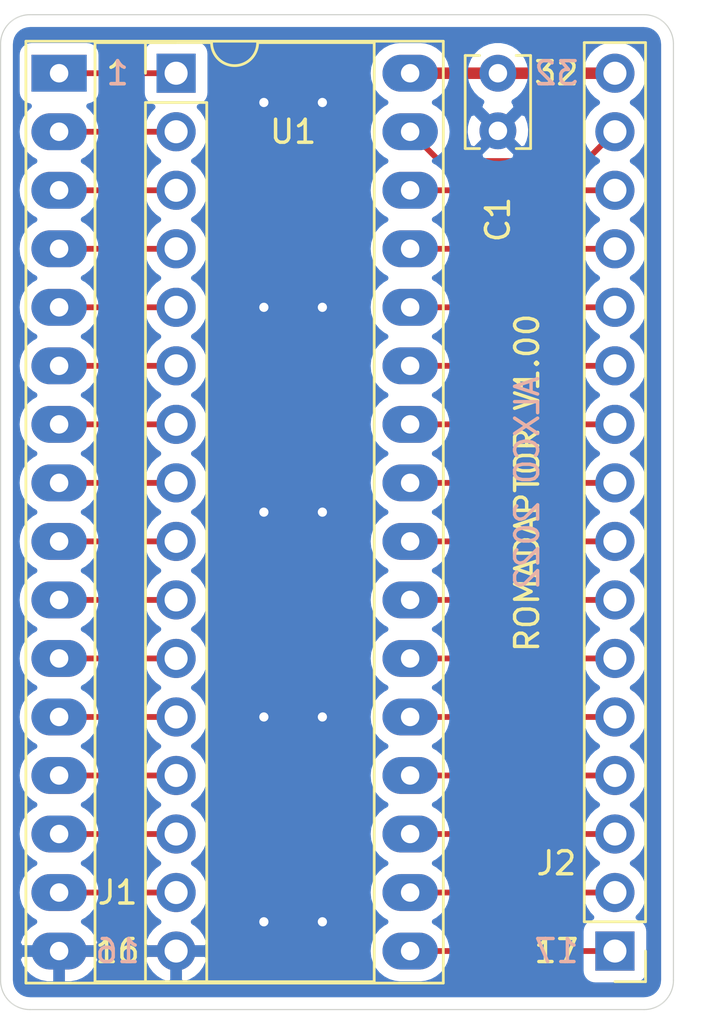
<source format=kicad_pcb>
(kicad_pcb (version 20171130) (host pcbnew "(5.1.7)-1")

  (general
    (thickness 1.6)
    (drawings 18)
    (tracks 45)
    (zones 0)
    (modules 4)
    (nets 33)
  )

  (page A4)
  (layers
    (0 F.Cu signal)
    (31 B.Cu signal)
    (32 B.Adhes user)
    (33 F.Adhes user)
    (34 B.Paste user)
    (35 F.Paste user)
    (36 B.SilkS user)
    (37 F.SilkS user)
    (38 B.Mask user)
    (39 F.Mask user)
    (40 Dwgs.User user)
    (41 Cmts.User user)
    (42 Eco1.User user)
    (43 Eco2.User user)
    (44 Edge.Cuts user)
    (45 Margin user)
    (46 B.CrtYd user)
    (47 F.CrtYd user)
    (48 B.Fab user)
    (49 F.Fab user)
  )

  (setup
    (last_trace_width 0.25)
    (trace_clearance 0.2)
    (zone_clearance 0.508)
    (zone_45_only no)
    (trace_min 0.2)
    (via_size 0.8)
    (via_drill 0.4)
    (via_min_size 0.4)
    (via_min_drill 0.3)
    (uvia_size 0.3)
    (uvia_drill 0.1)
    (uvias_allowed no)
    (uvia_min_size 0.2)
    (uvia_min_drill 0.1)
    (edge_width 0.05)
    (segment_width 0.2)
    (pcb_text_width 0.3)
    (pcb_text_size 1.5 1.5)
    (mod_edge_width 0.12)
    (mod_text_size 1 1)
    (mod_text_width 0.15)
    (pad_size 2.4 1.6)
    (pad_drill 1)
    (pad_to_mask_clearance 0)
    (aux_axis_origin 0 0)
    (grid_origin 33.02 35.56)
    (visible_elements 7FFFFFFF)
    (pcbplotparams
      (layerselection 0x010f0_ffffffff)
      (usegerberextensions false)
      (usegerberattributes true)
      (usegerberadvancedattributes true)
      (creategerberjobfile true)
      (excludeedgelayer true)
      (linewidth 0.100000)
      (plotframeref false)
      (viasonmask false)
      (mode 1)
      (useauxorigin false)
      (hpglpennumber 1)
      (hpglpenspeed 20)
      (hpglpendiameter 15.000000)
      (psnegative false)
      (psa4output false)
      (plotreference true)
      (plotvalue true)
      (plotinvisibletext false)
      (padsonsilk false)
      (subtractmaskfromsilk false)
      (outputformat 1)
      (mirror false)
      (drillshape 0)
      (scaleselection 1)
      (outputdirectory "Gerbs/"))
  )

  (net 0 "")
  (net 1 GND)
  (net 2 +5V)
  (net 3 /D2)
  (net 4 /D1)
  (net 5 /D0)
  (net 6 /A0)
  (net 7 /A1)
  (net 8 /A2)
  (net 9 /A3)
  (net 10 /A4)
  (net 11 /A5)
  (net 12 /A6)
  (net 13 /A7)
  (net 14 /A12)
  (net 15 /A15)
  (net 16 /A16)
  (net 17 /A18)
  (net 18 /WR_N)
  (net 19 /A17)
  (net 20 /A14)
  (net 21 /A13)
  (net 22 /A8)
  (net 23 /A9)
  (net 24 /A11)
  (net 25 /RD_N)
  (net 26 /A10)
  (net 27 /ROMCS_N)
  (net 28 /D7)
  (net 29 /D6)
  (net 30 /D5)
  (net 31 /D4)
  (net 32 /D3)

  (net_class Default "This is the default net class."
    (clearance 0.2)
    (trace_width 0.25)
    (via_dia 0.8)
    (via_drill 0.4)
    (uvia_dia 0.3)
    (uvia_drill 0.1)
    (add_net /A0)
    (add_net /A1)
    (add_net /A10)
    (add_net /A11)
    (add_net /A12)
    (add_net /A13)
    (add_net /A14)
    (add_net /A15)
    (add_net /A16)
    (add_net /A17)
    (add_net /A18)
    (add_net /A2)
    (add_net /A3)
    (add_net /A4)
    (add_net /A5)
    (add_net /A6)
    (add_net /A7)
    (add_net /A8)
    (add_net /A9)
    (add_net /D0)
    (add_net /D1)
    (add_net /D2)
    (add_net /D3)
    (add_net /D4)
    (add_net /D5)
    (add_net /D6)
    (add_net /D7)
    (add_net /RD_N)
    (add_net /ROMCS_N)
    (add_net /WR_N)
  )

  (net_class PWR ""
    (clearance 0.2)
    (trace_width 0.5)
    (via_dia 0.8)
    (via_drill 0.4)
    (uvia_dia 0.3)
    (uvia_drill 0.1)
    (add_net +5V)
    (add_net GND)
  )

  (module Capacitor_THT:C_Disc_D3.8mm_W2.6mm_P2.50mm (layer F.Cu) (tedit 5AE50EF0) (tstamp 623937B5)
    (at 46.99 35.56 270)
    (descr "C, Disc series, Radial, pin pitch=2.50mm, , diameter*width=3.8*2.6mm^2, Capacitor, http://www.vishay.com/docs/45233/krseries.pdf")
    (tags "C Disc series Radial pin pitch 2.50mm  diameter 3.8mm width 2.6mm Capacitor")
    (path /623A7221)
    (fp_text reference C1 (at 6.35 0 90) (layer F.SilkS)
      (effects (font (size 1 1) (thickness 0.15)))
    )
    (fp_text value 100n (at 1.25 2.55 90) (layer F.Fab)
      (effects (font (size 1 1) (thickness 0.15)))
    )
    (fp_line (start 3.55 -1.55) (end -1.05 -1.55) (layer F.CrtYd) (width 0.05))
    (fp_line (start 3.55 1.55) (end 3.55 -1.55) (layer F.CrtYd) (width 0.05))
    (fp_line (start -1.05 1.55) (end 3.55 1.55) (layer F.CrtYd) (width 0.05))
    (fp_line (start -1.05 -1.55) (end -1.05 1.55) (layer F.CrtYd) (width 0.05))
    (fp_line (start 3.27 0.795) (end 3.27 1.42) (layer F.SilkS) (width 0.12))
    (fp_line (start 3.27 -1.42) (end 3.27 -0.795) (layer F.SilkS) (width 0.12))
    (fp_line (start -0.77 0.795) (end -0.77 1.42) (layer F.SilkS) (width 0.12))
    (fp_line (start -0.77 -1.42) (end -0.77 -0.795) (layer F.SilkS) (width 0.12))
    (fp_line (start -0.77 1.42) (end 3.27 1.42) (layer F.SilkS) (width 0.12))
    (fp_line (start -0.77 -1.42) (end 3.27 -1.42) (layer F.SilkS) (width 0.12))
    (fp_line (start 3.15 -1.3) (end -0.65 -1.3) (layer F.Fab) (width 0.1))
    (fp_line (start 3.15 1.3) (end 3.15 -1.3) (layer F.Fab) (width 0.1))
    (fp_line (start -0.65 1.3) (end 3.15 1.3) (layer F.Fab) (width 0.1))
    (fp_line (start -0.65 -1.3) (end -0.65 1.3) (layer F.Fab) (width 0.1))
    (fp_text user %R (at 1.25 0 90) (layer F.Fab)
      (effects (font (size 0.76 0.76) (thickness 0.114)))
    )
    (pad 2 thru_hole circle (at 2.5 0 270) (size 1.6 1.6) (drill 0.8) (layers *.Cu *.Mask)
      (net 1 GND))
    (pad 1 thru_hole circle (at 0 0 270) (size 1.6 1.6) (drill 0.8) (layers *.Cu *.Mask)
      (net 2 +5V))
    (model ${KISYS3DMOD}/Capacitor_THT.3dshapes/C_Disc_D3.8mm_W2.6mm_P2.50mm.wrl
      (at (xyz 0 0 0))
      (scale (xyz 1 1 1))
      (rotate (xyz 0 0 0))
    )
  )

  (module Package_DIP:DIP-32_W15.24mm_Socket_LongPads (layer F.Cu) (tedit 5A02E8C5) (tstamp 62393839)
    (at 27.94 35.56)
    (descr "32-lead though-hole mounted DIP package, row spacing 15.24 mm (600 mils), Socket, LongPads")
    (tags "THT DIP DIL PDIP 2.54mm 15.24mm 600mil Socket LongPads")
    (path /6238D7F1)
    (fp_text reference U1 (at 10.16 2.54) (layer F.SilkS)
      (effects (font (size 1 1) (thickness 0.15)))
    )
    (fp_text value SST39SF040 (at 7.62 40.43) (layer F.Fab)
      (effects (font (size 1 1) (thickness 0.15)))
    )
    (fp_line (start 16.8 -1.6) (end -1.55 -1.6) (layer F.CrtYd) (width 0.05))
    (fp_line (start 16.8 39.7) (end 16.8 -1.6) (layer F.CrtYd) (width 0.05))
    (fp_line (start -1.55 39.7) (end 16.8 39.7) (layer F.CrtYd) (width 0.05))
    (fp_line (start -1.55 -1.6) (end -1.55 39.7) (layer F.CrtYd) (width 0.05))
    (fp_line (start 16.68 -1.39) (end -1.44 -1.39) (layer F.SilkS) (width 0.12))
    (fp_line (start 16.68 39.49) (end 16.68 -1.39) (layer F.SilkS) (width 0.12))
    (fp_line (start -1.44 39.49) (end 16.68 39.49) (layer F.SilkS) (width 0.12))
    (fp_line (start -1.44 -1.39) (end -1.44 39.49) (layer F.SilkS) (width 0.12))
    (fp_line (start 13.68 -1.33) (end 8.62 -1.33) (layer F.SilkS) (width 0.12))
    (fp_line (start 13.68 39.43) (end 13.68 -1.33) (layer F.SilkS) (width 0.12))
    (fp_line (start 1.56 39.43) (end 13.68 39.43) (layer F.SilkS) (width 0.12))
    (fp_line (start 1.56 -1.33) (end 1.56 39.43) (layer F.SilkS) (width 0.12))
    (fp_line (start 6.62 -1.33) (end 1.56 -1.33) (layer F.SilkS) (width 0.12))
    (fp_line (start 16.51 -1.33) (end -1.27 -1.33) (layer F.Fab) (width 0.1))
    (fp_line (start 16.51 39.43) (end 16.51 -1.33) (layer F.Fab) (width 0.1))
    (fp_line (start -1.27 39.43) (end 16.51 39.43) (layer F.Fab) (width 0.1))
    (fp_line (start -1.27 -1.33) (end -1.27 39.43) (layer F.Fab) (width 0.1))
    (fp_line (start 0.255 -0.27) (end 1.255 -1.27) (layer F.Fab) (width 0.1))
    (fp_line (start 0.255 39.37) (end 0.255 -0.27) (layer F.Fab) (width 0.1))
    (fp_line (start 14.985 39.37) (end 0.255 39.37) (layer F.Fab) (width 0.1))
    (fp_line (start 14.985 -1.27) (end 14.985 39.37) (layer F.Fab) (width 0.1))
    (fp_line (start 1.255 -1.27) (end 14.985 -1.27) (layer F.Fab) (width 0.1))
    (fp_text user %R (at 7.62 19.05) (layer F.Fab)
      (effects (font (size 1 1) (thickness 0.15)))
    )
    (fp_arc (start 7.62 -1.33) (end 6.62 -1.33) (angle -180) (layer F.SilkS) (width 0.12))
    (pad 32 thru_hole oval (at 15.24 0) (size 2.4 1.6) (drill 0.8) (layers *.Cu *.Mask)
      (net 2 +5V))
    (pad 16 thru_hole oval (at 0 38.1) (size 2.4 1.6) (drill 0.8) (layers *.Cu *.Mask)
      (net 1 GND))
    (pad 31 thru_hole oval (at 15.24 2.54) (size 2.4 1.6) (drill 0.8) (layers *.Cu *.Mask)
      (net 18 /WR_N))
    (pad 15 thru_hole oval (at 0 35.56) (size 2.4 1.6) (drill 0.8) (layers *.Cu *.Mask)
      (net 3 /D2))
    (pad 30 thru_hole oval (at 15.24 5.08) (size 2.4 1.6) (drill 0.8) (layers *.Cu *.Mask)
      (net 19 /A17))
    (pad 14 thru_hole oval (at 0 33.02) (size 2.4 1.6) (drill 0.8) (layers *.Cu *.Mask)
      (net 4 /D1))
    (pad 29 thru_hole oval (at 15.24 7.62) (size 2.4 1.6) (drill 0.8) (layers *.Cu *.Mask)
      (net 20 /A14))
    (pad 13 thru_hole oval (at 0 30.48) (size 2.4 1.6) (drill 0.8) (layers *.Cu *.Mask)
      (net 5 /D0))
    (pad 28 thru_hole oval (at 15.24 10.16) (size 2.4 1.6) (drill 0.8) (layers *.Cu *.Mask)
      (net 21 /A13))
    (pad 12 thru_hole oval (at 0 27.94) (size 2.4 1.6) (drill 0.8) (layers *.Cu *.Mask)
      (net 6 /A0))
    (pad 27 thru_hole oval (at 15.24 12.7) (size 2.4 1.6) (drill 0.8) (layers *.Cu *.Mask)
      (net 22 /A8))
    (pad 11 thru_hole oval (at 0 25.4) (size 2.4 1.6) (drill 0.8) (layers *.Cu *.Mask)
      (net 7 /A1))
    (pad 26 thru_hole oval (at 15.24 15.24) (size 2.4 1.6) (drill 0.8) (layers *.Cu *.Mask)
      (net 23 /A9))
    (pad 10 thru_hole oval (at 0 22.86) (size 2.4 1.6) (drill 0.8) (layers *.Cu *.Mask)
      (net 8 /A2))
    (pad 25 thru_hole oval (at 15.24 17.78) (size 2.4 1.6) (drill 0.8) (layers *.Cu *.Mask)
      (net 24 /A11))
    (pad 9 thru_hole oval (at 0 20.32) (size 2.4 1.6) (drill 0.8) (layers *.Cu *.Mask)
      (net 9 /A3))
    (pad 24 thru_hole oval (at 15.24 20.32) (size 2.4 1.6) (drill 0.8) (layers *.Cu *.Mask)
      (net 25 /RD_N))
    (pad 8 thru_hole oval (at 0 17.78) (size 2.4 1.6) (drill 0.8) (layers *.Cu *.Mask)
      (net 10 /A4))
    (pad 23 thru_hole oval (at 15.24 22.86) (size 2.4 1.6) (drill 0.8) (layers *.Cu *.Mask)
      (net 26 /A10))
    (pad 7 thru_hole oval (at 0 15.24) (size 2.4 1.6) (drill 0.8) (layers *.Cu *.Mask)
      (net 11 /A5))
    (pad 22 thru_hole oval (at 15.24 25.4) (size 2.4 1.6) (drill 0.8) (layers *.Cu *.Mask)
      (net 27 /ROMCS_N))
    (pad 6 thru_hole oval (at 0 12.7) (size 2.4 1.6) (drill 0.8) (layers *.Cu *.Mask)
      (net 12 /A6))
    (pad 21 thru_hole oval (at 15.24 27.94) (size 2.4 1.6) (drill 0.8) (layers *.Cu *.Mask)
      (net 28 /D7))
    (pad 5 thru_hole oval (at 0 10.16) (size 2.4 1.6) (drill 0.8) (layers *.Cu *.Mask)
      (net 13 /A7))
    (pad 20 thru_hole oval (at 15.24 30.48) (size 2.4 1.6) (drill 0.8) (layers *.Cu *.Mask)
      (net 29 /D6))
    (pad 4 thru_hole oval (at 0 7.62) (size 2.4 1.6) (drill 0.8) (layers *.Cu *.Mask)
      (net 14 /A12))
    (pad 19 thru_hole oval (at 15.24 33.02) (size 2.4 1.6) (drill 0.8) (layers *.Cu *.Mask)
      (net 30 /D5))
    (pad 3 thru_hole oval (at 0 5.08) (size 2.4 1.6) (drill 0.8) (layers *.Cu *.Mask)
      (net 15 /A15))
    (pad 18 thru_hole oval (at 15.24 35.56) (size 2.4 1.6) (drill 0.8) (layers *.Cu *.Mask)
      (net 31 /D4))
    (pad 2 thru_hole oval (at 0 2.54) (size 2.4 1.6) (drill 0.8) (layers *.Cu *.Mask)
      (net 16 /A16))
    (pad 17 thru_hole oval (at 15.24 38.1) (size 2.4 1.6) (drill 0.8) (layers *.Cu *.Mask)
      (net 32 /D3))
    (pad 1 thru_hole rect (at 0 0) (size 2.4 1.6) (drill 0.8) (layers *.Cu *.Mask)
      (net 17 /A18))
    (model ${KISYS3DMOD}/Package_DIP.3dshapes/DIP-32_W15.24mm_Socket.wrl
      (at (xyz 0 0 0))
      (scale (xyz 1 1 1))
      (rotate (xyz 0 0 0))
    )
  )

  (module Connector_PinHeader_2.54mm:PinHeader_1x16_P2.54mm_Vertical (layer F.Cu) (tedit 59FED5CC) (tstamp 623937FD)
    (at 52.07 73.66 180)
    (descr "Through hole straight pin header, 1x16, 2.54mm pitch, single row")
    (tags "Through hole pin header THT 1x16 2.54mm single row")
    (path /6239216A)
    (fp_text reference J2 (at 2.54 3.81) (layer F.SilkS)
      (effects (font (size 1 1) (thickness 0.15)))
    )
    (fp_text value Conn_01x16 (at 0 40.43) (layer F.Fab)
      (effects (font (size 1 1) (thickness 0.15)))
    )
    (fp_line (start 1.8 -1.8) (end -1.8 -1.8) (layer F.CrtYd) (width 0.05))
    (fp_line (start 1.8 39.9) (end 1.8 -1.8) (layer F.CrtYd) (width 0.05))
    (fp_line (start -1.8 39.9) (end 1.8 39.9) (layer F.CrtYd) (width 0.05))
    (fp_line (start -1.8 -1.8) (end -1.8 39.9) (layer F.CrtYd) (width 0.05))
    (fp_line (start -1.33 -1.33) (end 0 -1.33) (layer F.SilkS) (width 0.12))
    (fp_line (start -1.33 0) (end -1.33 -1.33) (layer F.SilkS) (width 0.12))
    (fp_line (start -1.33 1.27) (end 1.33 1.27) (layer F.SilkS) (width 0.12))
    (fp_line (start 1.33 1.27) (end 1.33 39.43) (layer F.SilkS) (width 0.12))
    (fp_line (start -1.33 1.27) (end -1.33 39.43) (layer F.SilkS) (width 0.12))
    (fp_line (start -1.33 39.43) (end 1.33 39.43) (layer F.SilkS) (width 0.12))
    (fp_line (start -1.27 -0.635) (end -0.635 -1.27) (layer F.Fab) (width 0.1))
    (fp_line (start -1.27 39.37) (end -1.27 -0.635) (layer F.Fab) (width 0.1))
    (fp_line (start 1.27 39.37) (end -1.27 39.37) (layer F.Fab) (width 0.1))
    (fp_line (start 1.27 -1.27) (end 1.27 39.37) (layer F.Fab) (width 0.1))
    (fp_line (start -0.635 -1.27) (end 1.27 -1.27) (layer F.Fab) (width 0.1))
    (fp_text user %R (at 0 19.05 90) (layer F.Fab)
      (effects (font (size 1 1) (thickness 0.15)))
    )
    (pad 16 thru_hole oval (at 0 38.1 180) (size 1.7 1.7) (drill 1) (layers *.Cu *.Mask)
      (net 2 +5V))
    (pad 15 thru_hole oval (at 0 35.56 180) (size 1.7 1.7) (drill 1) (layers *.Cu *.Mask)
      (net 18 /WR_N))
    (pad 14 thru_hole oval (at 0 33.02 180) (size 1.7 1.7) (drill 1) (layers *.Cu *.Mask)
      (net 19 /A17))
    (pad 13 thru_hole oval (at 0 30.48 180) (size 1.7 1.7) (drill 1) (layers *.Cu *.Mask)
      (net 20 /A14))
    (pad 12 thru_hole oval (at 0 27.94 180) (size 1.7 1.7) (drill 1) (layers *.Cu *.Mask)
      (net 21 /A13))
    (pad 11 thru_hole oval (at 0 25.4 180) (size 1.7 1.7) (drill 1) (layers *.Cu *.Mask)
      (net 22 /A8))
    (pad 10 thru_hole oval (at 0 22.86 180) (size 1.7 1.7) (drill 1) (layers *.Cu *.Mask)
      (net 23 /A9))
    (pad 9 thru_hole oval (at 0 20.32 180) (size 1.7 1.7) (drill 1) (layers *.Cu *.Mask)
      (net 24 /A11))
    (pad 8 thru_hole oval (at 0 17.78 180) (size 1.7 1.7) (drill 1) (layers *.Cu *.Mask)
      (net 25 /RD_N))
    (pad 7 thru_hole oval (at 0 15.24 180) (size 1.7 1.7) (drill 1) (layers *.Cu *.Mask)
      (net 26 /A10))
    (pad 6 thru_hole oval (at 0 12.7 180) (size 1.7 1.7) (drill 1) (layers *.Cu *.Mask)
      (net 27 /ROMCS_N))
    (pad 5 thru_hole oval (at 0 10.16 180) (size 1.7 1.7) (drill 1) (layers *.Cu *.Mask)
      (net 28 /D7))
    (pad 4 thru_hole oval (at 0 7.62 180) (size 1.7 1.7) (drill 1) (layers *.Cu *.Mask)
      (net 29 /D6))
    (pad 3 thru_hole oval (at 0 5.08 180) (size 1.7 1.7) (drill 1) (layers *.Cu *.Mask)
      (net 30 /D5))
    (pad 2 thru_hole oval (at 0 2.54 180) (size 1.7 1.7) (drill 1) (layers *.Cu *.Mask)
      (net 31 /D4))
    (pad 1 thru_hole rect (at 0 0 180) (size 1.7 1.7) (drill 1) (layers *.Cu *.Mask)
      (net 32 /D3))
    (model ${KISYS3DMOD}/Connector_PinHeader_2.54mm.3dshapes/PinHeader_1x16_P2.54mm_Vertical.wrl
      (at (xyz 0 0 0))
      (scale (xyz 1 1 1))
      (rotate (xyz 0 0 0))
    )
  )

  (module Connector_PinHeader_2.54mm:PinHeader_1x16_P2.54mm_Vertical (layer F.Cu) (tedit 59FED5CC) (tstamp 623937D9)
    (at 33.02 35.56)
    (descr "Through hole straight pin header, 1x16, 2.54mm pitch, single row")
    (tags "Through hole pin header THT 1x16 2.54mm single row")
    (path /62390622)
    (fp_text reference J1 (at -2.54 35.56) (layer F.SilkS)
      (effects (font (size 1 1) (thickness 0.15)))
    )
    (fp_text value Conn_01x16 (at 0 40.43) (layer F.Fab)
      (effects (font (size 1 1) (thickness 0.15)))
    )
    (fp_line (start 1.8 -1.8) (end -1.8 -1.8) (layer F.CrtYd) (width 0.05))
    (fp_line (start 1.8 39.9) (end 1.8 -1.8) (layer F.CrtYd) (width 0.05))
    (fp_line (start -1.8 39.9) (end 1.8 39.9) (layer F.CrtYd) (width 0.05))
    (fp_line (start -1.8 -1.8) (end -1.8 39.9) (layer F.CrtYd) (width 0.05))
    (fp_line (start -1.33 -1.33) (end 0 -1.33) (layer F.SilkS) (width 0.12))
    (fp_line (start -1.33 0) (end -1.33 -1.33) (layer F.SilkS) (width 0.12))
    (fp_line (start -1.33 1.27) (end 1.33 1.27) (layer F.SilkS) (width 0.12))
    (fp_line (start 1.33 1.27) (end 1.33 39.43) (layer F.SilkS) (width 0.12))
    (fp_line (start -1.33 1.27) (end -1.33 39.43) (layer F.SilkS) (width 0.12))
    (fp_line (start -1.33 39.43) (end 1.33 39.43) (layer F.SilkS) (width 0.12))
    (fp_line (start -1.27 -0.635) (end -0.635 -1.27) (layer F.Fab) (width 0.1))
    (fp_line (start -1.27 39.37) (end -1.27 -0.635) (layer F.Fab) (width 0.1))
    (fp_line (start 1.27 39.37) (end -1.27 39.37) (layer F.Fab) (width 0.1))
    (fp_line (start 1.27 -1.27) (end 1.27 39.37) (layer F.Fab) (width 0.1))
    (fp_line (start -0.635 -1.27) (end 1.27 -1.27) (layer F.Fab) (width 0.1))
    (fp_text user %R (at 0 19.05 90) (layer F.Fab)
      (effects (font (size 1 1) (thickness 0.15)))
    )
    (pad 16 thru_hole oval (at 0 38.1) (size 1.7 1.7) (drill 1) (layers *.Cu *.Mask)
      (net 1 GND))
    (pad 15 thru_hole oval (at 0 35.56) (size 1.7 1.7) (drill 1) (layers *.Cu *.Mask)
      (net 3 /D2))
    (pad 14 thru_hole oval (at 0 33.02) (size 1.7 1.7) (drill 1) (layers *.Cu *.Mask)
      (net 4 /D1))
    (pad 13 thru_hole oval (at 0 30.48) (size 1.7 1.7) (drill 1) (layers *.Cu *.Mask)
      (net 5 /D0))
    (pad 12 thru_hole oval (at 0 27.94) (size 1.7 1.7) (drill 1) (layers *.Cu *.Mask)
      (net 6 /A0))
    (pad 11 thru_hole oval (at 0 25.4) (size 1.7 1.7) (drill 1) (layers *.Cu *.Mask)
      (net 7 /A1))
    (pad 10 thru_hole oval (at 0 22.86) (size 1.7 1.7) (drill 1) (layers *.Cu *.Mask)
      (net 8 /A2))
    (pad 9 thru_hole oval (at 0 20.32) (size 1.7 1.7) (drill 1) (layers *.Cu *.Mask)
      (net 9 /A3))
    (pad 8 thru_hole oval (at 0 17.78) (size 1.7 1.7) (drill 1) (layers *.Cu *.Mask)
      (net 10 /A4))
    (pad 7 thru_hole oval (at 0 15.24) (size 1.7 1.7) (drill 1) (layers *.Cu *.Mask)
      (net 11 /A5))
    (pad 6 thru_hole oval (at 0 12.7) (size 1.7 1.7) (drill 1) (layers *.Cu *.Mask)
      (net 12 /A6))
    (pad 5 thru_hole oval (at 0 10.16) (size 1.7 1.7) (drill 1) (layers *.Cu *.Mask)
      (net 13 /A7))
    (pad 4 thru_hole oval (at 0 7.62) (size 1.7 1.7) (drill 1) (layers *.Cu *.Mask)
      (net 14 /A12))
    (pad 3 thru_hole oval (at 0 5.08) (size 1.7 1.7) (drill 1) (layers *.Cu *.Mask)
      (net 15 /A15))
    (pad 2 thru_hole oval (at 0 2.54) (size 1.7 1.7) (drill 1) (layers *.Cu *.Mask)
      (net 16 /A16))
    (pad 1 thru_hole rect (at 0 0) (size 1.7 1.7) (drill 1) (layers *.Cu *.Mask)
      (net 17 /A18))
    (model ${KISYS3DMOD}/Connector_PinHeader_2.54mm.3dshapes/PinHeader_1x16_P2.54mm_Vertical.wrl
      (at (xyz 0 0 0))
      (scale (xyz 1 1 1))
      (rotate (xyz 0 0 0))
    )
  )

  (gr_text 1 (at 30.48 35.56) (layer B.SilkS)
    (effects (font (size 1 1) (thickness 0.15)) (justify mirror))
  )
  (gr_text 32 (at 49.53 35.56) (layer B.SilkS)
    (effects (font (size 1 1) (thickness 0.15)) (justify mirror))
  )
  (gr_text 17 (at 49.53 73.66) (layer B.SilkS)
    (effects (font (size 1 1) (thickness 0.15)) (justify mirror))
  )
  (gr_text 16 (at 30.48 73.66) (layer B.SilkS)
    (effects (font (size 1 1) (thickness 0.15)) (justify mirror))
  )
  (gr_text 16 (at 30.48 73.66) (layer F.SilkS)
    (effects (font (size 1 1) (thickness 0.15)))
  )
  (gr_text 17 (at 49.53 73.66) (layer F.SilkS)
    (effects (font (size 1 1) (thickness 0.15)))
  )
  (gr_text 32 (at 49.53 35.56) (layer F.SilkS)
    (effects (font (size 1 1) (thickness 0.15)))
  )
  (gr_text 1 (at 30.48 35.56) (layer F.SilkS)
    (effects (font (size 1 1) (thickness 0.15)))
  )
  (gr_text "ALXCO 2022" (at 48.26 53.34 90) (layer B.SilkS)
    (effects (font (size 1 1) (thickness 0.15)) (justify mirror))
  )
  (gr_text "ROMADAPTOR V1.00" (at 48.26 53.34 90) (layer F.SilkS)
    (effects (font (size 1 1) (thickness 0.15)))
  )
  (gr_arc (start 53.34 34.29) (end 54.61 34.29) (angle -90) (layer Edge.Cuts) (width 0.05))
  (gr_arc (start 26.67 34.29) (end 26.67 33.02) (angle -90) (layer Edge.Cuts) (width 0.05))
  (gr_arc (start 26.67 74.93) (end 25.4 74.93) (angle -90) (layer Edge.Cuts) (width 0.05))
  (gr_arc (start 53.34 74.93) (end 53.34 76.2) (angle -90) (layer Edge.Cuts) (width 0.05))
  (gr_line (start 26.67 76.2) (end 53.34 76.2) (layer Edge.Cuts) (width 0.05))
  (gr_line (start 26.67 33.02) (end 53.34 33.02) (layer Edge.Cuts) (width 0.05))
  (gr_line (start 25.4 74.93) (end 25.4 34.29) (layer Edge.Cuts) (width 0.05))
  (gr_line (start 54.61 34.29) (end 54.61 74.93) (layer Edge.Cuts) (width 0.05))

  (segment (start 33.02 73.66) (end 27.94 73.66) (width 0.5) (layer F.Cu) (net 1) (tstamp 62394C1F))
  (via (at 36.83 36.83) (size 0.8) (drill 0.4) (layers F.Cu B.Cu) (net 1))
  (via (at 39.37 36.83) (size 0.8) (drill 0.4) (layers F.Cu B.Cu) (net 1))
  (via (at 36.83 72.39) (size 0.8) (drill 0.4) (layers F.Cu B.Cu) (net 1))
  (via (at 39.37 72.39) (size 0.8) (drill 0.4) (layers F.Cu B.Cu) (net 1))
  (via (at 36.83 54.61) (size 0.8) (drill 0.4) (layers F.Cu B.Cu) (net 1))
  (via (at 39.37 54.61) (size 0.8) (drill 0.4) (layers F.Cu B.Cu) (net 1))
  (via (at 36.83 45.72) (size 0.8) (drill 0.4) (layers F.Cu B.Cu) (net 1))
  (via (at 39.37 45.72) (size 0.8) (drill 0.4) (layers F.Cu B.Cu) (net 1))
  (via (at 36.83 63.5) (size 0.8) (drill 0.4) (layers F.Cu B.Cu) (net 1))
  (via (at 39.37 63.5) (size 0.8) (drill 0.4) (layers F.Cu B.Cu) (net 1))
  (segment (start 43.18 35.56) (end 46.99 35.56) (width 0.5) (layer F.Cu) (net 2))
  (segment (start 46.99 35.56) (end 52.07 35.56) (width 0.5) (layer F.Cu) (net 2))
  (segment (start 33.02 71.12) (end 27.94 71.12) (width 0.25) (layer F.Cu) (net 3))
  (segment (start 27.94 68.58) (end 33.02 68.58) (width 0.25) (layer F.Cu) (net 4))
  (segment (start 33.02 66.04) (end 27.94 66.04) (width 0.25) (layer F.Cu) (net 5))
  (segment (start 27.94 63.5) (end 33.02 63.5) (width 0.25) (layer F.Cu) (net 6))
  (segment (start 33.02 60.96) (end 27.94 60.96) (width 0.25) (layer F.Cu) (net 7))
  (segment (start 27.94 58.42) (end 33.02 58.42) (width 0.25) (layer F.Cu) (net 8))
  (segment (start 33.02 55.88) (end 27.94 55.88) (width 0.25) (layer F.Cu) (net 9))
  (segment (start 27.94 53.34) (end 33.02 53.34) (width 0.25) (layer F.Cu) (net 10))
  (segment (start 33.02 50.8) (end 27.94 50.8) (width 0.25) (layer F.Cu) (net 11))
  (segment (start 27.94 48.26) (end 33.02 48.26) (width 0.25) (layer F.Cu) (net 12))
  (segment (start 33.02 45.72) (end 27.94 45.72) (width 0.25) (layer F.Cu) (net 13))
  (segment (start 27.94 43.18) (end 33.02 43.18) (width 0.25) (layer F.Cu) (net 14))
  (segment (start 33.02 40.64) (end 27.94 40.64) (width 0.25) (layer F.Cu) (net 15))
  (segment (start 27.94 38.1) (end 33.02 38.1) (width 0.25) (layer F.Cu) (net 16))
  (segment (start 33.02 35.56) (end 27.94 35.56) (width 0.25) (layer F.Cu) (net 17))
  (segment (start 43.18 38.1) (end 44.45 39.37) (width 0.25) (layer F.Cu) (net 18))
  (segment (start 50.8 39.37) (end 52.07 38.1) (width 0.25) (layer F.Cu) (net 18))
  (segment (start 44.45 39.37) (end 50.8 39.37) (width 0.25) (layer F.Cu) (net 18))
  (segment (start 43.18 40.64) (end 52.07 40.64) (width 0.25) (layer F.Cu) (net 19))
  (segment (start 43.18 43.18) (end 52.07 43.18) (width 0.25) (layer F.Cu) (net 20))
  (segment (start 43.18 45.72) (end 52.07 45.72) (width 0.25) (layer F.Cu) (net 21))
  (segment (start 43.18 48.26) (end 52.07 48.26) (width 0.25) (layer F.Cu) (net 22))
  (segment (start 43.18 50.8) (end 52.07 50.8) (width 0.25) (layer F.Cu) (net 23))
  (segment (start 43.18 53.34) (end 52.07 53.34) (width 0.25) (layer F.Cu) (net 24))
  (segment (start 43.18 55.88) (end 52.07 55.88) (width 0.25) (layer F.Cu) (net 25))
  (segment (start 43.18 58.42) (end 52.07 58.42) (width 0.25) (layer F.Cu) (net 26))
  (segment (start 43.18 60.96) (end 52.07 60.96) (width 0.25) (layer F.Cu) (net 27))
  (segment (start 43.18 63.5) (end 52.07 63.5) (width 0.25) (layer F.Cu) (net 28))
  (segment (start 43.18 66.04) (end 52.07 66.04) (width 0.25) (layer F.Cu) (net 29))
  (segment (start 43.18 68.58) (end 52.07 68.58) (width 0.25) (layer F.Cu) (net 30))
  (segment (start 43.18 71.12) (end 52.07 71.12) (width 0.25) (layer F.Cu) (net 31))
  (segment (start 43.18 73.66) (end 52.07 73.66) (width 0.25) (layer F.Cu) (net 32))

  (zone (net 1) (net_name GND) (layer B.Cu) (tstamp 623954F1) (hatch edge 0.508)
    (connect_pads (clearance 0.508))
    (min_thickness 0.254)
    (fill yes (arc_segments 32) (thermal_gap 0.508) (thermal_bridge_width 0.508))
    (polygon
      (pts
        (xy 54.61 76.2) (xy 25.4 76.2) (xy 25.4 33.02) (xy 54.61 33.02)
      )
    )
    (filled_polygon
      (pts
        (xy 53.457869 33.694722) (xy 53.571246 33.728953) (xy 53.675819 33.784555) (xy 53.767596 33.859407) (xy 53.843091 33.950664)
        (xy 53.899419 34.054844) (xy 53.93444 34.167976) (xy 53.95 34.316022) (xy 53.950001 74.897711) (xy 53.935278 75.047869)
        (xy 53.901047 75.161246) (xy 53.845446 75.265817) (xy 53.770594 75.357595) (xy 53.679335 75.433091) (xy 53.57516 75.489419)
        (xy 53.462024 75.52444) (xy 53.313979 75.54) (xy 26.702279 75.54) (xy 26.552131 75.525278) (xy 26.438754 75.491047)
        (xy 26.334183 75.435446) (xy 26.242405 75.360594) (xy 26.166909 75.269335) (xy 26.110581 75.16516) (xy 26.07556 75.052024)
        (xy 26.06 74.903979) (xy 26.06 74.009039) (xy 26.148096 74.009039) (xy 26.165633 74.091818) (xy 26.276285 74.351646)
        (xy 26.4355 74.584895) (xy 26.637161 74.782601) (xy 26.873517 74.937166) (xy 27.135486 75.04265) (xy 27.413 75.095)
        (xy 27.813 75.095) (xy 27.813 73.787) (xy 28.067 73.787) (xy 28.067 75.095) (xy 28.467 75.095)
        (xy 28.744514 75.04265) (xy 29.006483 74.937166) (xy 29.242839 74.782601) (xy 29.4445 74.584895) (xy 29.603715 74.351646)
        (xy 29.714367 74.091818) (xy 29.73024 74.01689) (xy 31.578524 74.01689) (xy 31.623175 74.164099) (xy 31.748359 74.42692)
        (xy 31.922412 74.660269) (xy 32.138645 74.855178) (xy 32.388748 75.004157) (xy 32.663109 75.101481) (xy 32.893 74.980814)
        (xy 32.893 73.787) (xy 33.147 73.787) (xy 33.147 74.980814) (xy 33.376891 75.101481) (xy 33.651252 75.004157)
        (xy 33.901355 74.855178) (xy 34.117588 74.660269) (xy 34.291641 74.42692) (xy 34.416825 74.164099) (xy 34.461476 74.01689)
        (xy 34.340155 73.787) (xy 33.147 73.787) (xy 32.893 73.787) (xy 31.699845 73.787) (xy 31.578524 74.01689)
        (xy 29.73024 74.01689) (xy 29.731904 74.009039) (xy 29.609915 73.787) (xy 28.067 73.787) (xy 27.813 73.787)
        (xy 26.270085 73.787) (xy 26.148096 74.009039) (xy 26.06 74.009039) (xy 26.06 38.1) (xy 26.098057 38.1)
        (xy 26.125764 38.381309) (xy 26.207818 38.651808) (xy 26.341068 38.901101) (xy 26.520392 39.119608) (xy 26.738899 39.298932)
        (xy 26.871858 39.37) (xy 26.738899 39.441068) (xy 26.520392 39.620392) (xy 26.341068 39.838899) (xy 26.207818 40.088192)
        (xy 26.125764 40.358691) (xy 26.098057 40.64) (xy 26.125764 40.921309) (xy 26.207818 41.191808) (xy 26.341068 41.441101)
        (xy 26.520392 41.659608) (xy 26.738899 41.838932) (xy 26.871858 41.91) (xy 26.738899 41.981068) (xy 26.520392 42.160392)
        (xy 26.341068 42.378899) (xy 26.207818 42.628192) (xy 26.125764 42.898691) (xy 26.098057 43.18) (xy 26.125764 43.461309)
        (xy 26.207818 43.731808) (xy 26.341068 43.981101) (xy 26.520392 44.199608) (xy 26.738899 44.378932) (xy 26.871858 44.45)
        (xy 26.738899 44.521068) (xy 26.520392 44.700392) (xy 26.341068 44.918899) (xy 26.207818 45.168192) (xy 26.125764 45.438691)
        (xy 26.098057 45.72) (xy 26.125764 46.001309) (xy 26.207818 46.271808) (xy 26.341068 46.521101) (xy 26.520392 46.739608)
        (xy 26.738899 46.918932) (xy 26.871858 46.99) (xy 26.738899 47.061068) (xy 26.520392 47.240392) (xy 26.341068 47.458899)
        (xy 26.207818 47.708192) (xy 26.125764 47.978691) (xy 26.098057 48.26) (xy 26.125764 48.541309) (xy 26.207818 48.811808)
        (xy 26.341068 49.061101) (xy 26.520392 49.279608) (xy 26.738899 49.458932) (xy 26.871858 49.53) (xy 26.738899 49.601068)
        (xy 26.520392 49.780392) (xy 26.341068 49.998899) (xy 26.207818 50.248192) (xy 26.125764 50.518691) (xy 26.098057 50.8)
        (xy 26.125764 51.081309) (xy 26.207818 51.351808) (xy 26.341068 51.601101) (xy 26.520392 51.819608) (xy 26.738899 51.998932)
        (xy 26.871858 52.07) (xy 26.738899 52.141068) (xy 26.520392 52.320392) (xy 26.341068 52.538899) (xy 26.207818 52.788192)
        (xy 26.125764 53.058691) (xy 26.098057 53.34) (xy 26.125764 53.621309) (xy 26.207818 53.891808) (xy 26.341068 54.141101)
        (xy 26.520392 54.359608) (xy 26.738899 54.538932) (xy 26.871858 54.61) (xy 26.738899 54.681068) (xy 26.520392 54.860392)
        (xy 26.341068 55.078899) (xy 26.207818 55.328192) (xy 26.125764 55.598691) (xy 26.098057 55.88) (xy 26.125764 56.161309)
        (xy 26.207818 56.431808) (xy 26.341068 56.681101) (xy 26.520392 56.899608) (xy 26.738899 57.078932) (xy 26.871858 57.15)
        (xy 26.738899 57.221068) (xy 26.520392 57.400392) (xy 26.341068 57.618899) (xy 26.207818 57.868192) (xy 26.125764 58.138691)
        (xy 26.098057 58.42) (xy 26.125764 58.701309) (xy 26.207818 58.971808) (xy 26.341068 59.221101) (xy 26.520392 59.439608)
        (xy 26.738899 59.618932) (xy 26.871858 59.69) (xy 26.738899 59.761068) (xy 26.520392 59.940392) (xy 26.341068 60.158899)
        (xy 26.207818 60.408192) (xy 26.125764 60.678691) (xy 26.098057 60.96) (xy 26.125764 61.241309) (xy 26.207818 61.511808)
        (xy 26.341068 61.761101) (xy 26.520392 61.979608) (xy 26.738899 62.158932) (xy 26.871858 62.23) (xy 26.738899 62.301068)
        (xy 26.520392 62.480392) (xy 26.341068 62.698899) (xy 26.207818 62.948192) (xy 26.125764 63.218691) (xy 26.098057 63.5)
        (xy 26.125764 63.781309) (xy 26.207818 64.051808) (xy 26.341068 64.301101) (xy 26.520392 64.519608) (xy 26.738899 64.698932)
        (xy 26.871858 64.77) (xy 26.738899 64.841068) (xy 26.520392 65.020392) (xy 26.341068 65.238899) (xy 26.207818 65.488192)
        (xy 26.125764 65.758691) (xy 26.098057 66.04) (xy 26.125764 66.321309) (xy 26.207818 66.591808) (xy 26.341068 66.841101)
        (xy 26.520392 67.059608) (xy 26.738899 67.238932) (xy 26.871858 67.31) (xy 26.738899 67.381068) (xy 26.520392 67.560392)
        (xy 26.341068 67.778899) (xy 26.207818 68.028192) (xy 26.125764 68.298691) (xy 26.098057 68.58) (xy 26.125764 68.861309)
        (xy 26.207818 69.131808) (xy 26.341068 69.381101) (xy 26.520392 69.599608) (xy 26.738899 69.778932) (xy 26.871858 69.85)
        (xy 26.738899 69.921068) (xy 26.520392 70.100392) (xy 26.341068 70.318899) (xy 26.207818 70.568192) (xy 26.125764 70.838691)
        (xy 26.098057 71.12) (xy 26.125764 71.401309) (xy 26.207818 71.671808) (xy 26.341068 71.921101) (xy 26.520392 72.139608)
        (xy 26.738899 72.318932) (xy 26.866741 72.387265) (xy 26.637161 72.537399) (xy 26.4355 72.735105) (xy 26.276285 72.968354)
        (xy 26.165633 73.228182) (xy 26.148096 73.310961) (xy 26.270085 73.533) (xy 27.813 73.533) (xy 27.813 73.513)
        (xy 28.067 73.513) (xy 28.067 73.533) (xy 29.609915 73.533) (xy 29.731904 73.310961) (xy 29.714367 73.228182)
        (xy 29.603715 72.968354) (xy 29.4445 72.735105) (xy 29.242839 72.537399) (xy 29.013259 72.387265) (xy 29.141101 72.318932)
        (xy 29.359608 72.139608) (xy 29.538932 71.921101) (xy 29.672182 71.671808) (xy 29.754236 71.401309) (xy 29.781943 71.12)
        (xy 29.754236 70.838691) (xy 29.672182 70.568192) (xy 29.538932 70.318899) (xy 29.359608 70.100392) (xy 29.141101 69.921068)
        (xy 29.008142 69.85) (xy 29.141101 69.778932) (xy 29.359608 69.599608) (xy 29.538932 69.381101) (xy 29.672182 69.131808)
        (xy 29.754236 68.861309) (xy 29.781943 68.58) (xy 29.754236 68.298691) (xy 29.672182 68.028192) (xy 29.538932 67.778899)
        (xy 29.359608 67.560392) (xy 29.141101 67.381068) (xy 29.008142 67.31) (xy 29.141101 67.238932) (xy 29.359608 67.059608)
        (xy 29.538932 66.841101) (xy 29.672182 66.591808) (xy 29.754236 66.321309) (xy 29.781943 66.04) (xy 29.754236 65.758691)
        (xy 29.672182 65.488192) (xy 29.538932 65.238899) (xy 29.359608 65.020392) (xy 29.141101 64.841068) (xy 29.008142 64.77)
        (xy 29.141101 64.698932) (xy 29.359608 64.519608) (xy 29.538932 64.301101) (xy 29.672182 64.051808) (xy 29.754236 63.781309)
        (xy 29.781943 63.5) (xy 29.754236 63.218691) (xy 29.672182 62.948192) (xy 29.538932 62.698899) (xy 29.359608 62.480392)
        (xy 29.141101 62.301068) (xy 29.008142 62.23) (xy 29.141101 62.158932) (xy 29.359608 61.979608) (xy 29.538932 61.761101)
        (xy 29.672182 61.511808) (xy 29.754236 61.241309) (xy 29.781943 60.96) (xy 29.754236 60.678691) (xy 29.672182 60.408192)
        (xy 29.538932 60.158899) (xy 29.359608 59.940392) (xy 29.141101 59.761068) (xy 29.008142 59.69) (xy 29.141101 59.618932)
        (xy 29.359608 59.439608) (xy 29.538932 59.221101) (xy 29.672182 58.971808) (xy 29.754236 58.701309) (xy 29.781943 58.42)
        (xy 29.754236 58.138691) (xy 29.672182 57.868192) (xy 29.538932 57.618899) (xy 29.359608 57.400392) (xy 29.141101 57.221068)
        (xy 29.008142 57.15) (xy 29.141101 57.078932) (xy 29.359608 56.899608) (xy 29.538932 56.681101) (xy 29.672182 56.431808)
        (xy 29.754236 56.161309) (xy 29.781943 55.88) (xy 29.754236 55.598691) (xy 29.672182 55.328192) (xy 29.538932 55.078899)
        (xy 29.359608 54.860392) (xy 29.141101 54.681068) (xy 29.008142 54.61) (xy 29.141101 54.538932) (xy 29.359608 54.359608)
        (xy 29.538932 54.141101) (xy 29.672182 53.891808) (xy 29.754236 53.621309) (xy 29.781943 53.34) (xy 29.754236 53.058691)
        (xy 29.672182 52.788192) (xy 29.538932 52.538899) (xy 29.359608 52.320392) (xy 29.141101 52.141068) (xy 29.008142 52.07)
        (xy 29.141101 51.998932) (xy 29.359608 51.819608) (xy 29.538932 51.601101) (xy 29.672182 51.351808) (xy 29.754236 51.081309)
        (xy 29.781943 50.8) (xy 29.754236 50.518691) (xy 29.672182 50.248192) (xy 29.538932 49.998899) (xy 29.359608 49.780392)
        (xy 29.141101 49.601068) (xy 29.008142 49.53) (xy 29.141101 49.458932) (xy 29.359608 49.279608) (xy 29.538932 49.061101)
        (xy 29.672182 48.811808) (xy 29.754236 48.541309) (xy 29.781943 48.26) (xy 29.754236 47.978691) (xy 29.672182 47.708192)
        (xy 29.538932 47.458899) (xy 29.359608 47.240392) (xy 29.141101 47.061068) (xy 29.008142 46.99) (xy 29.141101 46.918932)
        (xy 29.359608 46.739608) (xy 29.538932 46.521101) (xy 29.672182 46.271808) (xy 29.754236 46.001309) (xy 29.781943 45.72)
        (xy 29.754236 45.438691) (xy 29.672182 45.168192) (xy 29.538932 44.918899) (xy 29.359608 44.700392) (xy 29.141101 44.521068)
        (xy 29.008142 44.45) (xy 29.141101 44.378932) (xy 29.359608 44.199608) (xy 29.538932 43.981101) (xy 29.672182 43.731808)
        (xy 29.754236 43.461309) (xy 29.781943 43.18) (xy 29.754236 42.898691) (xy 29.672182 42.628192) (xy 29.538932 42.378899)
        (xy 29.359608 42.160392) (xy 29.141101 41.981068) (xy 29.008142 41.91) (xy 29.141101 41.838932) (xy 29.359608 41.659608)
        (xy 29.538932 41.441101) (xy 29.672182 41.191808) (xy 29.754236 40.921309) (xy 29.781943 40.64) (xy 29.754236 40.358691)
        (xy 29.672182 40.088192) (xy 29.538932 39.838899) (xy 29.359608 39.620392) (xy 29.141101 39.441068) (xy 29.008142 39.37)
        (xy 29.141101 39.298932) (xy 29.359608 39.119608) (xy 29.538932 38.901101) (xy 29.672182 38.651808) (xy 29.754236 38.381309)
        (xy 29.781943 38.1) (xy 29.754236 37.818691) (xy 29.672182 37.548192) (xy 29.538932 37.298899) (xy 29.359608 37.080392)
        (xy 29.246518 36.987581) (xy 29.264482 36.985812) (xy 29.38418 36.949502) (xy 29.494494 36.890537) (xy 29.591185 36.811185)
        (xy 29.670537 36.714494) (xy 29.729502 36.60418) (xy 29.765812 36.484482) (xy 29.778072 36.36) (xy 29.778072 34.76)
        (xy 29.773148 34.71) (xy 31.531928 34.71) (xy 31.531928 36.41) (xy 31.544188 36.534482) (xy 31.580498 36.65418)
        (xy 31.639463 36.764494) (xy 31.718815 36.861185) (xy 31.815506 36.940537) (xy 31.92582 36.999502) (xy 31.99838 37.021513)
        (xy 31.866525 37.153368) (xy 31.70401 37.396589) (xy 31.592068 37.666842) (xy 31.535 37.95374) (xy 31.535 38.24626)
        (xy 31.592068 38.533158) (xy 31.70401 38.803411) (xy 31.866525 39.046632) (xy 32.073368 39.253475) (xy 32.24776 39.37)
        (xy 32.073368 39.486525) (xy 31.866525 39.693368) (xy 31.70401 39.936589) (xy 31.592068 40.206842) (xy 31.535 40.49374)
        (xy 31.535 40.78626) (xy 31.592068 41.073158) (xy 31.70401 41.343411) (xy 31.866525 41.586632) (xy 32.073368 41.793475)
        (xy 32.24776 41.91) (xy 32.073368 42.026525) (xy 31.866525 42.233368) (xy 31.70401 42.476589) (xy 31.592068 42.746842)
        (xy 31.535 43.03374) (xy 31.535 43.32626) (xy 31.592068 43.613158) (xy 31.70401 43.883411) (xy 31.866525 44.126632)
        (xy 32.073368 44.333475) (xy 32.24776 44.45) (xy 32.073368 44.566525) (xy 31.866525 44.773368) (xy 31.70401 45.016589)
        (xy 31.592068 45.286842) (xy 31.535 45.57374) (xy 31.535 45.86626) (xy 31.592068 46.153158) (xy 31.70401 46.423411)
        (xy 31.866525 46.666632) (xy 32.073368 46.873475) (xy 32.24776 46.99) (xy 32.073368 47.106525) (xy 31.866525 47.313368)
        (xy 31.70401 47.556589) (xy 31.592068 47.826842) (xy 31.535 48.11374) (xy 31.535 48.40626) (xy 31.592068 48.693158)
        (xy 31.70401 48.963411) (xy 31.866525 49.206632) (xy 32.073368 49.413475) (xy 32.24776 49.53) (xy 32.073368 49.646525)
        (xy 31.866525 49.853368) (xy 31.70401 50.096589) (xy 31.592068 50.366842) (xy 31.535 50.65374) (xy 31.535 50.94626)
        (xy 31.592068 51.233158) (xy 31.70401 51.503411) (xy 31.866525 51.746632) (xy 32.073368 51.953475) (xy 32.24776 52.07)
        (xy 32.073368 52.186525) (xy 31.866525 52.393368) (xy 31.70401 52.636589) (xy 31.592068 52.906842) (xy 31.535 53.19374)
        (xy 31.535 53.48626) (xy 31.592068 53.773158) (xy 31.70401 54.043411) (xy 31.866525 54.286632) (xy 32.073368 54.493475)
        (xy 32.24776 54.61) (xy 32.073368 54.726525) (xy 31.866525 54.933368) (xy 31.70401 55.176589) (xy 31.592068 55.446842)
        (xy 31.535 55.73374) (xy 31.535 56.02626) (xy 31.592068 56.313158) (xy 31.70401 56.583411) (xy 31.866525 56.826632)
        (xy 32.073368 57.033475) (xy 32.24776 57.15) (xy 32.073368 57.266525) (xy 31.866525 57.473368) (xy 31.70401 57.716589)
        (xy 31.592068 57.986842) (xy 31.535 58.27374) (xy 31.535 58.56626) (xy 31.592068 58.853158) (xy 31.70401 59.123411)
        (xy 31.866525 59.366632) (xy 32.073368 59.573475) (xy 32.24776 59.69) (xy 32.073368 59.806525) (xy 31.866525 60.013368)
        (xy 31.70401 60.256589) (xy 31.592068 60.526842) (xy 31.535 60.81374) (xy 31.535 61.10626) (xy 31.592068 61.393158)
        (xy 31.70401 61.663411) (xy 31.866525 61.906632) (xy 32.073368 62.113475) (xy 32.24776 62.23) (xy 32.073368 62.346525)
        (xy 31.866525 62.553368) (xy 31.70401 62.796589) (xy 31.592068 63.066842) (xy 31.535 63.35374) (xy 31.535 63.64626)
        (xy 31.592068 63.933158) (xy 31.70401 64.203411) (xy 31.866525 64.446632) (xy 32.073368 64.653475) (xy 32.24776 64.77)
        (xy 32.073368 64.886525) (xy 31.866525 65.093368) (xy 31.70401 65.336589) (xy 31.592068 65.606842) (xy 31.535 65.89374)
        (xy 31.535 66.18626) (xy 31.592068 66.473158) (xy 31.70401 66.743411) (xy 31.866525 66.986632) (xy 32.073368 67.193475)
        (xy 32.24776 67.31) (xy 32.073368 67.426525) (xy 31.866525 67.633368) (xy 31.70401 67.876589) (xy 31.592068 68.146842)
        (xy 31.535 68.43374) (xy 31.535 68.72626) (xy 31.592068 69.013158) (xy 31.70401 69.283411) (xy 31.866525 69.526632)
        (xy 32.073368 69.733475) (xy 32.24776 69.85) (xy 32.073368 69.966525) (xy 31.866525 70.173368) (xy 31.70401 70.416589)
        (xy 31.592068 70.686842) (xy 31.535 70.97374) (xy 31.535 71.26626) (xy 31.592068 71.553158) (xy 31.70401 71.823411)
        (xy 31.866525 72.066632) (xy 32.073368 72.273475) (xy 32.255534 72.395195) (xy 32.138645 72.464822) (xy 31.922412 72.659731)
        (xy 31.748359 72.89308) (xy 31.623175 73.155901) (xy 31.578524 73.30311) (xy 31.699845 73.533) (xy 32.893 73.533)
        (xy 32.893 73.513) (xy 33.147 73.513) (xy 33.147 73.533) (xy 34.340155 73.533) (xy 34.461476 73.30311)
        (xy 34.416825 73.155901) (xy 34.291641 72.89308) (xy 34.117588 72.659731) (xy 33.901355 72.464822) (xy 33.784466 72.395195)
        (xy 33.966632 72.273475) (xy 34.173475 72.066632) (xy 34.33599 71.823411) (xy 34.447932 71.553158) (xy 34.505 71.26626)
        (xy 34.505 70.97374) (xy 34.447932 70.686842) (xy 34.33599 70.416589) (xy 34.173475 70.173368) (xy 33.966632 69.966525)
        (xy 33.79224 69.85) (xy 33.966632 69.733475) (xy 34.173475 69.526632) (xy 34.33599 69.283411) (xy 34.447932 69.013158)
        (xy 34.505 68.72626) (xy 34.505 68.43374) (xy 34.447932 68.146842) (xy 34.33599 67.876589) (xy 34.173475 67.633368)
        (xy 33.966632 67.426525) (xy 33.79224 67.31) (xy 33.966632 67.193475) (xy 34.173475 66.986632) (xy 34.33599 66.743411)
        (xy 34.447932 66.473158) (xy 34.505 66.18626) (xy 34.505 65.89374) (xy 34.447932 65.606842) (xy 34.33599 65.336589)
        (xy 34.173475 65.093368) (xy 33.966632 64.886525) (xy 33.79224 64.77) (xy 33.966632 64.653475) (xy 34.173475 64.446632)
        (xy 34.33599 64.203411) (xy 34.447932 63.933158) (xy 34.505 63.64626) (xy 34.505 63.35374) (xy 34.447932 63.066842)
        (xy 34.33599 62.796589) (xy 34.173475 62.553368) (xy 33.966632 62.346525) (xy 33.79224 62.23) (xy 33.966632 62.113475)
        (xy 34.173475 61.906632) (xy 34.33599 61.663411) (xy 34.447932 61.393158) (xy 34.505 61.10626) (xy 34.505 60.81374)
        (xy 34.447932 60.526842) (xy 34.33599 60.256589) (xy 34.173475 60.013368) (xy 33.966632 59.806525) (xy 33.79224 59.69)
        (xy 33.966632 59.573475) (xy 34.173475 59.366632) (xy 34.33599 59.123411) (xy 34.447932 58.853158) (xy 34.505 58.56626)
        (xy 34.505 58.27374) (xy 34.447932 57.986842) (xy 34.33599 57.716589) (xy 34.173475 57.473368) (xy 33.966632 57.266525)
        (xy 33.79224 57.15) (xy 33.966632 57.033475) (xy 34.173475 56.826632) (xy 34.33599 56.583411) (xy 34.447932 56.313158)
        (xy 34.505 56.02626) (xy 34.505 55.73374) (xy 34.447932 55.446842) (xy 34.33599 55.176589) (xy 34.173475 54.933368)
        (xy 33.966632 54.726525) (xy 33.79224 54.61) (xy 33.966632 54.493475) (xy 34.173475 54.286632) (xy 34.33599 54.043411)
        (xy 34.447932 53.773158) (xy 34.505 53.48626) (xy 34.505 53.19374) (xy 34.447932 52.906842) (xy 34.33599 52.636589)
        (xy 34.173475 52.393368) (xy 33.966632 52.186525) (xy 33.79224 52.07) (xy 33.966632 51.953475) (xy 34.173475 51.746632)
        (xy 34.33599 51.503411) (xy 34.447932 51.233158) (xy 34.505 50.94626) (xy 34.505 50.65374) (xy 34.447932 50.366842)
        (xy 34.33599 50.096589) (xy 34.173475 49.853368) (xy 33.966632 49.646525) (xy 33.79224 49.53) (xy 33.966632 49.413475)
        (xy 34.173475 49.206632) (xy 34.33599 48.963411) (xy 34.447932 48.693158) (xy 34.505 48.40626) (xy 34.505 48.11374)
        (xy 34.447932 47.826842) (xy 34.33599 47.556589) (xy 34.173475 47.313368) (xy 33.966632 47.106525) (xy 33.79224 46.99)
        (xy 33.966632 46.873475) (xy 34.173475 46.666632) (xy 34.33599 46.423411) (xy 34.447932 46.153158) (xy 34.505 45.86626)
        (xy 34.505 45.57374) (xy 34.447932 45.286842) (xy 34.33599 45.016589) (xy 34.173475 44.773368) (xy 33.966632 44.566525)
        (xy 33.79224 44.45) (xy 33.966632 44.333475) (xy 34.173475 44.126632) (xy 34.33599 43.883411) (xy 34.447932 43.613158)
        (xy 34.505 43.32626) (xy 34.505 43.03374) (xy 34.447932 42.746842) (xy 34.33599 42.476589) (xy 34.173475 42.233368)
        (xy 33.966632 42.026525) (xy 33.79224 41.91) (xy 33.966632 41.793475) (xy 34.173475 41.586632) (xy 34.33599 41.343411)
        (xy 34.447932 41.073158) (xy 34.505 40.78626) (xy 34.505 40.49374) (xy 34.447932 40.206842) (xy 34.33599 39.936589)
        (xy 34.173475 39.693368) (xy 33.966632 39.486525) (xy 33.79224 39.37) (xy 33.966632 39.253475) (xy 34.173475 39.046632)
        (xy 34.33599 38.803411) (xy 34.447932 38.533158) (xy 34.505 38.24626) (xy 34.505 37.95374) (xy 34.447932 37.666842)
        (xy 34.33599 37.396589) (xy 34.173475 37.153368) (xy 34.04162 37.021513) (xy 34.11418 36.999502) (xy 34.224494 36.940537)
        (xy 34.321185 36.861185) (xy 34.400537 36.764494) (xy 34.459502 36.65418) (xy 34.495812 36.534482) (xy 34.508072 36.41)
        (xy 34.508072 35.56) (xy 41.338057 35.56) (xy 41.365764 35.841309) (xy 41.447818 36.111808) (xy 41.581068 36.361101)
        (xy 41.760392 36.579608) (xy 41.978899 36.758932) (xy 42.111858 36.83) (xy 41.978899 36.901068) (xy 41.760392 37.080392)
        (xy 41.581068 37.298899) (xy 41.447818 37.548192) (xy 41.365764 37.818691) (xy 41.338057 38.1) (xy 41.365764 38.381309)
        (xy 41.447818 38.651808) (xy 41.581068 38.901101) (xy 41.760392 39.119608) (xy 41.978899 39.298932) (xy 42.111858 39.37)
        (xy 41.978899 39.441068) (xy 41.760392 39.620392) (xy 41.581068 39.838899) (xy 41.447818 40.088192) (xy 41.365764 40.358691)
        (xy 41.338057 40.64) (xy 41.365764 40.921309) (xy 41.447818 41.191808) (xy 41.581068 41.441101) (xy 41.760392 41.659608)
        (xy 41.978899 41.838932) (xy 42.111858 41.91) (xy 41.978899 41.981068) (xy 41.760392 42.160392) (xy 41.581068 42.378899)
        (xy 41.447818 42.628192) (xy 41.365764 42.898691) (xy 41.338057 43.18) (xy 41.365764 43.461309) (xy 41.447818 43.731808)
        (xy 41.581068 43.981101) (xy 41.760392 44.199608) (xy 41.978899 44.378932) (xy 42.111858 44.45) (xy 41.978899 44.521068)
        (xy 41.760392 44.700392) (xy 41.581068 44.918899) (xy 41.447818 45.168192) (xy 41.365764 45.438691) (xy 41.338057 45.72)
        (xy 41.365764 46.001309) (xy 41.447818 46.271808) (xy 41.581068 46.521101) (xy 41.760392 46.739608) (xy 41.978899 46.918932)
        (xy 42.111858 46.99) (xy 41.978899 47.061068) (xy 41.760392 47.240392) (xy 41.581068 47.458899) (xy 41.447818 47.708192)
        (xy 41.365764 47.978691) (xy 41.338057 48.26) (xy 41.365764 48.541309) (xy 41.447818 48.811808) (xy 41.581068 49.061101)
        (xy 41.760392 49.279608) (xy 41.978899 49.458932) (xy 42.111858 49.53) (xy 41.978899 49.601068) (xy 41.760392 49.780392)
        (xy 41.581068 49.998899) (xy 41.447818 50.248192) (xy 41.365764 50.518691) (xy 41.338057 50.8) (xy 41.365764 51.081309)
        (xy 41.447818 51.351808) (xy 41.581068 51.601101) (xy 41.760392 51.819608) (xy 41.978899 51.998932) (xy 42.111858 52.07)
        (xy 41.978899 52.141068) (xy 41.760392 52.320392) (xy 41.581068 52.538899) (xy 41.447818 52.788192) (xy 41.365764 53.058691)
        (xy 41.338057 53.34) (xy 41.365764 53.621309) (xy 41.447818 53.891808) (xy 41.581068 54.141101) (xy 41.760392 54.359608)
        (xy 41.978899 54.538932) (xy 42.111858 54.61) (xy 41.978899 54.681068) (xy 41.760392 54.860392) (xy 41.581068 55.078899)
        (xy 41.447818 55.328192) (xy 41.365764 55.598691) (xy 41.338057 55.88) (xy 41.365764 56.161309) (xy 41.447818 56.431808)
        (xy 41.581068 56.681101) (xy 41.760392 56.899608) (xy 41.978899 57.078932) (xy 42.111858 57.15) (xy 41.978899 57.221068)
        (xy 41.760392 57.400392) (xy 41.581068 57.618899) (xy 41.447818 57.868192) (xy 41.365764 58.138691) (xy 41.338057 58.42)
        (xy 41.365764 58.701309) (xy 41.447818 58.971808) (xy 41.581068 59.221101) (xy 41.760392 59.439608) (xy 41.978899 59.618932)
        (xy 42.111858 59.69) (xy 41.978899 59.761068) (xy 41.760392 59.940392) (xy 41.581068 60.158899) (xy 41.447818 60.408192)
        (xy 41.365764 60.678691) (xy 41.338057 60.96) (xy 41.365764 61.241309) (xy 41.447818 61.511808) (xy 41.581068 61.761101)
        (xy 41.760392 61.979608) (xy 41.978899 62.158932) (xy 42.111858 62.23) (xy 41.978899 62.301068) (xy 41.760392 62.480392)
        (xy 41.581068 62.698899) (xy 41.447818 62.948192) (xy 41.365764 63.218691) (xy 41.338057 63.5) (xy 41.365764 63.781309)
        (xy 41.447818 64.051808) (xy 41.581068 64.301101) (xy 41.760392 64.519608) (xy 41.978899 64.698932) (xy 42.111858 64.77)
        (xy 41.978899 64.841068) (xy 41.760392 65.020392) (xy 41.581068 65.238899) (xy 41.447818 65.488192) (xy 41.365764 65.758691)
        (xy 41.338057 66.04) (xy 41.365764 66.321309) (xy 41.447818 66.591808) (xy 41.581068 66.841101) (xy 41.760392 67.059608)
        (xy 41.978899 67.238932) (xy 42.111858 67.31) (xy 41.978899 67.381068) (xy 41.760392 67.560392) (xy 41.581068 67.778899)
        (xy 41.447818 68.028192) (xy 41.365764 68.298691) (xy 41.338057 68.58) (xy 41.365764 68.861309) (xy 41.447818 69.131808)
        (xy 41.581068 69.381101) (xy 41.760392 69.599608) (xy 41.978899 69.778932) (xy 42.111858 69.85) (xy 41.978899 69.921068)
        (xy 41.760392 70.100392) (xy 41.581068 70.318899) (xy 41.447818 70.568192) (xy 41.365764 70.838691) (xy 41.338057 71.12)
        (xy 41.365764 71.401309) (xy 41.447818 71.671808) (xy 41.581068 71.921101) (xy 41.760392 72.139608) (xy 41.978899 72.318932)
        (xy 42.111858 72.39) (xy 41.978899 72.461068) (xy 41.760392 72.640392) (xy 41.581068 72.858899) (xy 41.447818 73.108192)
        (xy 41.365764 73.378691) (xy 41.338057 73.66) (xy 41.365764 73.941309) (xy 41.447818 74.211808) (xy 41.581068 74.461101)
        (xy 41.760392 74.679608) (xy 41.978899 74.858932) (xy 42.228192 74.992182) (xy 42.498691 75.074236) (xy 42.709508 75.095)
        (xy 43.650492 75.095) (xy 43.861309 75.074236) (xy 44.131808 74.992182) (xy 44.381101 74.858932) (xy 44.599608 74.679608)
        (xy 44.778932 74.461101) (xy 44.912182 74.211808) (xy 44.994236 73.941309) (xy 45.021943 73.66) (xy 44.994236 73.378691)
        (xy 44.912182 73.108192) (xy 44.778932 72.858899) (xy 44.738802 72.81) (xy 50.581928 72.81) (xy 50.581928 74.51)
        (xy 50.594188 74.634482) (xy 50.630498 74.75418) (xy 50.689463 74.864494) (xy 50.768815 74.961185) (xy 50.865506 75.040537)
        (xy 50.97582 75.099502) (xy 51.095518 75.135812) (xy 51.22 75.148072) (xy 52.92 75.148072) (xy 53.044482 75.135812)
        (xy 53.16418 75.099502) (xy 53.274494 75.040537) (xy 53.371185 74.961185) (xy 53.450537 74.864494) (xy 53.509502 74.75418)
        (xy 53.545812 74.634482) (xy 53.558072 74.51) (xy 53.558072 72.81) (xy 53.545812 72.685518) (xy 53.509502 72.56582)
        (xy 53.450537 72.455506) (xy 53.371185 72.358815) (xy 53.274494 72.279463) (xy 53.16418 72.220498) (xy 53.09162 72.198487)
        (xy 53.223475 72.066632) (xy 53.38599 71.823411) (xy 53.497932 71.553158) (xy 53.555 71.26626) (xy 53.555 70.97374)
        (xy 53.497932 70.686842) (xy 53.38599 70.416589) (xy 53.223475 70.173368) (xy 53.016632 69.966525) (xy 52.84224 69.85)
        (xy 53.016632 69.733475) (xy 53.223475 69.526632) (xy 53.38599 69.283411) (xy 53.497932 69.013158) (xy 53.555 68.72626)
        (xy 53.555 68.43374) (xy 53.497932 68.146842) (xy 53.38599 67.876589) (xy 53.223475 67.633368) (xy 53.016632 67.426525)
        (xy 52.84224 67.31) (xy 53.016632 67.193475) (xy 53.223475 66.986632) (xy 53.38599 66.743411) (xy 53.497932 66.473158)
        (xy 53.555 66.18626) (xy 53.555 65.89374) (xy 53.497932 65.606842) (xy 53.38599 65.336589) (xy 53.223475 65.093368)
        (xy 53.016632 64.886525) (xy 52.84224 64.77) (xy 53.016632 64.653475) (xy 53.223475 64.446632) (xy 53.38599 64.203411)
        (xy 53.497932 63.933158) (xy 53.555 63.64626) (xy 53.555 63.35374) (xy 53.497932 63.066842) (xy 53.38599 62.796589)
        (xy 53.223475 62.553368) (xy 53.016632 62.346525) (xy 52.84224 62.23) (xy 53.016632 62.113475) (xy 53.223475 61.906632)
        (xy 53.38599 61.663411) (xy 53.497932 61.393158) (xy 53.555 61.10626) (xy 53.555 60.81374) (xy 53.497932 60.526842)
        (xy 53.38599 60.256589) (xy 53.223475 60.013368) (xy 53.016632 59.806525) (xy 52.84224 59.69) (xy 53.016632 59.573475)
        (xy 53.223475 59.366632) (xy 53.38599 59.123411) (xy 53.497932 58.853158) (xy 53.555 58.56626) (xy 53.555 58.27374)
        (xy 53.497932 57.986842) (xy 53.38599 57.716589) (xy 53.223475 57.473368) (xy 53.016632 57.266525) (xy 52.84224 57.15)
        (xy 53.016632 57.033475) (xy 53.223475 56.826632) (xy 53.38599 56.583411) (xy 53.497932 56.313158) (xy 53.555 56.02626)
        (xy 53.555 55.73374) (xy 53.497932 55.446842) (xy 53.38599 55.176589) (xy 53.223475 54.933368) (xy 53.016632 54.726525)
        (xy 52.84224 54.61) (xy 53.016632 54.493475) (xy 53.223475 54.286632) (xy 53.38599 54.043411) (xy 53.497932 53.773158)
        (xy 53.555 53.48626) (xy 53.555 53.19374) (xy 53.497932 52.906842) (xy 53.38599 52.636589) (xy 53.223475 52.393368)
        (xy 53.016632 52.186525) (xy 52.84224 52.07) (xy 53.016632 51.953475) (xy 53.223475 51.746632) (xy 53.38599 51.503411)
        (xy 53.497932 51.233158) (xy 53.555 50.94626) (xy 53.555 50.65374) (xy 53.497932 50.366842) (xy 53.38599 50.096589)
        (xy 53.223475 49.853368) (xy 53.016632 49.646525) (xy 52.84224 49.53) (xy 53.016632 49.413475) (xy 53.223475 49.206632)
        (xy 53.38599 48.963411) (xy 53.497932 48.693158) (xy 53.555 48.40626) (xy 53.555 48.11374) (xy 53.497932 47.826842)
        (xy 53.38599 47.556589) (xy 53.223475 47.313368) (xy 53.016632 47.106525) (xy 52.84224 46.99) (xy 53.016632 46.873475)
        (xy 53.223475 46.666632) (xy 53.38599 46.423411) (xy 53.497932 46.153158) (xy 53.555 45.86626) (xy 53.555 45.57374)
        (xy 53.497932 45.286842) (xy 53.38599 45.016589) (xy 53.223475 44.773368) (xy 53.016632 44.566525) (xy 52.84224 44.45)
        (xy 53.016632 44.333475) (xy 53.223475 44.126632) (xy 53.38599 43.883411) (xy 53.497932 43.613158) (xy 53.555 43.32626)
        (xy 53.555 43.03374) (xy 53.497932 42.746842) (xy 53.38599 42.476589) (xy 53.223475 42.233368) (xy 53.016632 42.026525)
        (xy 52.84224 41.91) (xy 53.016632 41.793475) (xy 53.223475 41.586632) (xy 53.38599 41.343411) (xy 53.497932 41.073158)
        (xy 53.555 40.78626) (xy 53.555 40.49374) (xy 53.497932 40.206842) (xy 53.38599 39.936589) (xy 53.223475 39.693368)
        (xy 53.016632 39.486525) (xy 52.84224 39.37) (xy 53.016632 39.253475) (xy 53.223475 39.046632) (xy 53.38599 38.803411)
        (xy 53.497932 38.533158) (xy 53.555 38.24626) (xy 53.555 37.95374) (xy 53.497932 37.666842) (xy 53.38599 37.396589)
        (xy 53.223475 37.153368) (xy 53.016632 36.946525) (xy 52.84224 36.83) (xy 53.016632 36.713475) (xy 53.223475 36.506632)
        (xy 53.38599 36.263411) (xy 53.497932 35.993158) (xy 53.555 35.70626) (xy 53.555 35.41374) (xy 53.497932 35.126842)
        (xy 53.38599 34.856589) (xy 53.223475 34.613368) (xy 53.016632 34.406525) (xy 52.773411 34.24401) (xy 52.503158 34.132068)
        (xy 52.21626 34.075) (xy 51.92374 34.075) (xy 51.636842 34.132068) (xy 51.366589 34.24401) (xy 51.123368 34.406525)
        (xy 50.916525 34.613368) (xy 50.75401 34.856589) (xy 50.642068 35.126842) (xy 50.585 35.41374) (xy 50.585 35.70626)
        (xy 50.642068 35.993158) (xy 50.75401 36.263411) (xy 50.916525 36.506632) (xy 51.123368 36.713475) (xy 51.29776 36.83)
        (xy 51.123368 36.946525) (xy 50.916525 37.153368) (xy 50.75401 37.396589) (xy 50.642068 37.666842) (xy 50.585 37.95374)
        (xy 50.585 38.24626) (xy 50.642068 38.533158) (xy 50.75401 38.803411) (xy 50.916525 39.046632) (xy 51.123368 39.253475)
        (xy 51.29776 39.37) (xy 51.123368 39.486525) (xy 50.916525 39.693368) (xy 50.75401 39.936589) (xy 50.642068 40.206842)
        (xy 50.585 40.49374) (xy 50.585 40.78626) (xy 50.642068 41.073158) (xy 50.75401 41.343411) (xy 50.916525 41.586632)
        (xy 51.123368 41.793475) (xy 51.29776 41.91) (xy 51.123368 42.026525) (xy 50.916525 42.233368) (xy 50.75401 42.476589)
        (xy 50.642068 42.746842) (xy 50.585 43.03374) (xy 50.585 43.32626) (xy 50.642068 43.613158) (xy 50.75401 43.883411)
        (xy 50.916525 44.126632) (xy 51.123368 44.333475) (xy 51.29776 44.45) (xy 51.123368 44.566525) (xy 50.916525 44.773368)
        (xy 50.75401 45.016589) (xy 50.642068 45.286842) (xy 50.585 45.57374) (xy 50.585 45.86626) (xy 50.642068 46.153158)
        (xy 50.75401 46.423411) (xy 50.916525 46.666632) (xy 51.123368 46.873475) (xy 51.29776 46.99) (xy 51.123368 47.106525)
        (xy 50.916525 47.313368) (xy 50.75401 47.556589) (xy 50.642068 47.826842) (xy 50.585 48.11374) (xy 50.585 48.40626)
        (xy 50.642068 48.693158) (xy 50.75401 48.963411) (xy 50.916525 49.206632) (xy 51.123368 49.413475) (xy 51.29776 49.53)
        (xy 51.123368 49.646525) (xy 50.916525 49.853368) (xy 50.75401 50.096589) (xy 50.642068 50.366842) (xy 50.585 50.65374)
        (xy 50.585 50.94626) (xy 50.642068 51.233158) (xy 50.75401 51.503411) (xy 50.916525 51.746632) (xy 51.123368 51.953475)
        (xy 51.29776 52.07) (xy 51.123368 52.186525) (xy 50.916525 52.393368) (xy 50.75401 52.636589) (xy 50.642068 52.906842)
        (xy 50.585 53.19374) (xy 50.585 53.48626) (xy 50.642068 53.773158) (xy 50.75401 54.043411) (xy 50.916525 54.286632)
        (xy 51.123368 54.493475) (xy 51.29776 54.61) (xy 51.123368 54.726525) (xy 50.916525 54.933368) (xy 50.75401 55.176589)
        (xy 50.642068 55.446842) (xy 50.585 55.73374) (xy 50.585 56.02626) (xy 50.642068 56.313158) (xy 50.75401 56.583411)
        (xy 50.916525 56.826632) (xy 51.123368 57.033475) (xy 51.29776 57.15) (xy 51.123368 57.266525) (xy 50.916525 57.473368)
        (xy 50.75401 57.716589) (xy 50.642068 57.986842) (xy 50.585 58.27374) (xy 50.585 58.56626) (xy 50.642068 58.853158)
        (xy 50.75401 59.123411) (xy 50.916525 59.366632) (xy 51.123368 59.573475) (xy 51.29776 59.69) (xy 51.123368 59.806525)
        (xy 50.916525 60.013368) (xy 50.75401 60.256589) (xy 50.642068 60.526842) (xy 50.585 60.81374) (xy 50.585 61.10626)
        (xy 50.642068 61.393158) (xy 50.75401 61.663411) (xy 50.916525 61.906632) (xy 51.123368 62.113475) (xy 51.29776 62.23)
        (xy 51.123368 62.346525) (xy 50.916525 62.553368) (xy 50.75401 62.796589) (xy 50.642068 63.066842) (xy 50.585 63.35374)
        (xy 50.585 63.64626) (xy 50.642068 63.933158) (xy 50.75401 64.203411) (xy 50.916525 64.446632) (xy 51.123368 64.653475)
        (xy 51.29776 64.77) (xy 51.123368 64.886525) (xy 50.916525 65.093368) (xy 50.75401 65.336589) (xy 50.642068 65.606842)
        (xy 50.585 65.89374) (xy 50.585 66.18626) (xy 50.642068 66.473158) (xy 50.75401 66.743411) (xy 50.916525 66.986632)
        (xy 51.123368 67.193475) (xy 51.29776 67.31) (xy 51.123368 67.426525) (xy 50.916525 67.633368) (xy 50.75401 67.876589)
        (xy 50.642068 68.146842) (xy 50.585 68.43374) (xy 50.585 68.72626) (xy 50.642068 69.013158) (xy 50.75401 69.283411)
        (xy 50.916525 69.526632) (xy 51.123368 69.733475) (xy 51.29776 69.85) (xy 51.123368 69.966525) (xy 50.916525 70.173368)
        (xy 50.75401 70.416589) (xy 50.642068 70.686842) (xy 50.585 70.97374) (xy 50.585 71.26626) (xy 50.642068 71.553158)
        (xy 50.75401 71.823411) (xy 50.916525 72.066632) (xy 51.04838 72.198487) (xy 50.97582 72.220498) (xy 50.865506 72.279463)
        (xy 50.768815 72.358815) (xy 50.689463 72.455506) (xy 50.630498 72.56582) (xy 50.594188 72.685518) (xy 50.581928 72.81)
        (xy 44.738802 72.81) (xy 44.599608 72.640392) (xy 44.381101 72.461068) (xy 44.248142 72.39) (xy 44.381101 72.318932)
        (xy 44.599608 72.139608) (xy 44.778932 71.921101) (xy 44.912182 71.671808) (xy 44.994236 71.401309) (xy 45.021943 71.12)
        (xy 44.994236 70.838691) (xy 44.912182 70.568192) (xy 44.778932 70.318899) (xy 44.599608 70.100392) (xy 44.381101 69.921068)
        (xy 44.248142 69.85) (xy 44.381101 69.778932) (xy 44.599608 69.599608) (xy 44.778932 69.381101) (xy 44.912182 69.131808)
        (xy 44.994236 68.861309) (xy 45.021943 68.58) (xy 44.994236 68.298691) (xy 44.912182 68.028192) (xy 44.778932 67.778899)
        (xy 44.599608 67.560392) (xy 44.381101 67.381068) (xy 44.248142 67.31) (xy 44.381101 67.238932) (xy 44.599608 67.059608)
        (xy 44.778932 66.841101) (xy 44.912182 66.591808) (xy 44.994236 66.321309) (xy 45.021943 66.04) (xy 44.994236 65.758691)
        (xy 44.912182 65.488192) (xy 44.778932 65.238899) (xy 44.599608 65.020392) (xy 44.381101 64.841068) (xy 44.248142 64.77)
        (xy 44.381101 64.698932) (xy 44.599608 64.519608) (xy 44.778932 64.301101) (xy 44.912182 64.051808) (xy 44.994236 63.781309)
        (xy 45.021943 63.5) (xy 44.994236 63.218691) (xy 44.912182 62.948192) (xy 44.778932 62.698899) (xy 44.599608 62.480392)
        (xy 44.381101 62.301068) (xy 44.248142 62.23) (xy 44.381101 62.158932) (xy 44.599608 61.979608) (xy 44.778932 61.761101)
        (xy 44.912182 61.511808) (xy 44.994236 61.241309) (xy 45.021943 60.96) (xy 44.994236 60.678691) (xy 44.912182 60.408192)
        (xy 44.778932 60.158899) (xy 44.599608 59.940392) (xy 44.381101 59.761068) (xy 44.248142 59.69) (xy 44.381101 59.618932)
        (xy 44.599608 59.439608) (xy 44.778932 59.221101) (xy 44.912182 58.971808) (xy 44.994236 58.701309) (xy 45.021943 58.42)
        (xy 44.994236 58.138691) (xy 44.912182 57.868192) (xy 44.778932 57.618899) (xy 44.599608 57.400392) (xy 44.381101 57.221068)
        (xy 44.248142 57.15) (xy 44.381101 57.078932) (xy 44.599608 56.899608) (xy 44.778932 56.681101) (xy 44.912182 56.431808)
        (xy 44.994236 56.161309) (xy 45.021943 55.88) (xy 44.994236 55.598691) (xy 44.912182 55.328192) (xy 44.778932 55.078899)
        (xy 44.599608 54.860392) (xy 44.381101 54.681068) (xy 44.248142 54.61) (xy 44.381101 54.538932) (xy 44.599608 54.359608)
        (xy 44.778932 54.141101) (xy 44.912182 53.891808) (xy 44.994236 53.621309) (xy 45.021943 53.34) (xy 44.994236 53.058691)
        (xy 44.912182 52.788192) (xy 44.778932 52.538899) (xy 44.599608 52.320392) (xy 44.381101 52.141068) (xy 44.248142 52.07)
        (xy 44.381101 51.998932) (xy 44.599608 51.819608) (xy 44.778932 51.601101) (xy 44.912182 51.351808) (xy 44.994236 51.081309)
        (xy 45.021943 50.8) (xy 44.994236 50.518691) (xy 44.912182 50.248192) (xy 44.778932 49.998899) (xy 44.599608 49.780392)
        (xy 44.381101 49.601068) (xy 44.248142 49.53) (xy 44.381101 49.458932) (xy 44.599608 49.279608) (xy 44.778932 49.061101)
        (xy 44.912182 48.811808) (xy 44.994236 48.541309) (xy 45.021943 48.26) (xy 44.994236 47.978691) (xy 44.912182 47.708192)
        (xy 44.778932 47.458899) (xy 44.599608 47.240392) (xy 44.381101 47.061068) (xy 44.248142 46.99) (xy 44.381101 46.918932)
        (xy 44.599608 46.739608) (xy 44.778932 46.521101) (xy 44.912182 46.271808) (xy 44.994236 46.001309) (xy 45.021943 45.72)
        (xy 44.994236 45.438691) (xy 44.912182 45.168192) (xy 44.778932 44.918899) (xy 44.599608 44.700392) (xy 44.381101 44.521068)
        (xy 44.248142 44.45) (xy 44.381101 44.378932) (xy 44.599608 44.199608) (xy 44.778932 43.981101) (xy 44.912182 43.731808)
        (xy 44.994236 43.461309) (xy 45.021943 43.18) (xy 44.994236 42.898691) (xy 44.912182 42.628192) (xy 44.778932 42.378899)
        (xy 44.599608 42.160392) (xy 44.381101 41.981068) (xy 44.248142 41.91) (xy 44.381101 41.838932) (xy 44.599608 41.659608)
        (xy 44.778932 41.441101) (xy 44.912182 41.191808) (xy 44.994236 40.921309) (xy 45.021943 40.64) (xy 44.994236 40.358691)
        (xy 44.912182 40.088192) (xy 44.778932 39.838899) (xy 44.599608 39.620392) (xy 44.381101 39.441068) (xy 44.248142 39.37)
        (xy 44.381101 39.298932) (xy 44.599608 39.119608) (xy 44.654516 39.052702) (xy 46.176903 39.052702) (xy 46.248486 39.296671)
        (xy 46.503996 39.417571) (xy 46.778184 39.4863) (xy 47.060512 39.500217) (xy 47.34013 39.458787) (xy 47.606292 39.363603)
        (xy 47.731514 39.296671) (xy 47.803097 39.052702) (xy 46.99 38.239605) (xy 46.176903 39.052702) (xy 44.654516 39.052702)
        (xy 44.778932 38.901101) (xy 44.912182 38.651808) (xy 44.994236 38.381309) (xy 45.018937 38.130512) (xy 45.549783 38.130512)
        (xy 45.591213 38.41013) (xy 45.686397 38.676292) (xy 45.753329 38.801514) (xy 45.997298 38.873097) (xy 46.810395 38.06)
        (xy 47.169605 38.06) (xy 47.982702 38.873097) (xy 48.226671 38.801514) (xy 48.347571 38.546004) (xy 48.4163 38.271816)
        (xy 48.430217 37.989488) (xy 48.388787 37.70987) (xy 48.293603 37.443708) (xy 48.226671 37.318486) (xy 47.982702 37.246903)
        (xy 47.169605 38.06) (xy 46.810395 38.06) (xy 45.997298 37.246903) (xy 45.753329 37.318486) (xy 45.632429 37.573996)
        (xy 45.5637 37.848184) (xy 45.549783 38.130512) (xy 45.018937 38.130512) (xy 45.021943 38.1) (xy 44.994236 37.818691)
        (xy 44.912182 37.548192) (xy 44.778932 37.298899) (xy 44.599608 37.080392) (xy 44.381101 36.901068) (xy 44.248142 36.83)
        (xy 44.381101 36.758932) (xy 44.599608 36.579608) (xy 44.778932 36.361101) (xy 44.912182 36.111808) (xy 44.994236 35.841309)
        (xy 45.021943 35.56) (xy 45.008023 35.418665) (xy 45.555 35.418665) (xy 45.555 35.701335) (xy 45.610147 35.978574)
        (xy 45.71832 36.239727) (xy 45.875363 36.474759) (xy 46.075241 36.674637) (xy 46.275869 36.808692) (xy 46.248486 36.823329)
        (xy 46.176903 37.067298) (xy 46.99 37.880395) (xy 47.803097 37.067298) (xy 47.731514 36.823329) (xy 47.702659 36.809676)
        (xy 47.904759 36.674637) (xy 48.104637 36.474759) (xy 48.26168 36.239727) (xy 48.369853 35.978574) (xy 48.425 35.701335)
        (xy 48.425 35.418665) (xy 48.369853 35.141426) (xy 48.26168 34.880273) (xy 48.104637 34.645241) (xy 47.904759 34.445363)
        (xy 47.669727 34.28832) (xy 47.408574 34.180147) (xy 47.131335 34.125) (xy 46.848665 34.125) (xy 46.571426 34.180147)
        (xy 46.310273 34.28832) (xy 46.075241 34.445363) (xy 45.875363 34.645241) (xy 45.71832 34.880273) (xy 45.610147 35.141426)
        (xy 45.555 35.418665) (xy 45.008023 35.418665) (xy 44.994236 35.278691) (xy 44.912182 35.008192) (xy 44.778932 34.758899)
        (xy 44.599608 34.540392) (xy 44.381101 34.361068) (xy 44.131808 34.227818) (xy 43.861309 34.145764) (xy 43.650492 34.125)
        (xy 42.709508 34.125) (xy 42.498691 34.145764) (xy 42.228192 34.227818) (xy 41.978899 34.361068) (xy 41.760392 34.540392)
        (xy 41.581068 34.758899) (xy 41.447818 35.008192) (xy 41.365764 35.278691) (xy 41.338057 35.56) (xy 34.508072 35.56)
        (xy 34.508072 34.71) (xy 34.495812 34.585518) (xy 34.459502 34.46582) (xy 34.400537 34.355506) (xy 34.321185 34.258815)
        (xy 34.224494 34.179463) (xy 34.11418 34.120498) (xy 33.994482 34.084188) (xy 33.87 34.071928) (xy 32.17 34.071928)
        (xy 32.045518 34.084188) (xy 31.92582 34.120498) (xy 31.815506 34.179463) (xy 31.718815 34.258815) (xy 31.639463 34.355506)
        (xy 31.580498 34.46582) (xy 31.544188 34.585518) (xy 31.531928 34.71) (xy 29.773148 34.71) (xy 29.765812 34.635518)
        (xy 29.729502 34.51582) (xy 29.670537 34.405506) (xy 29.591185 34.308815) (xy 29.494494 34.229463) (xy 29.38418 34.170498)
        (xy 29.264482 34.134188) (xy 29.14 34.121928) (xy 26.74 34.121928) (xy 26.615518 34.134188) (xy 26.49582 34.170498)
        (xy 26.385506 34.229463) (xy 26.288815 34.308815) (xy 26.209463 34.405506) (xy 26.150498 34.51582) (xy 26.114188 34.635518)
        (xy 26.101928 34.76) (xy 26.101928 36.36) (xy 26.114188 36.484482) (xy 26.150498 36.60418) (xy 26.209463 36.714494)
        (xy 26.288815 36.811185) (xy 26.385506 36.890537) (xy 26.49582 36.949502) (xy 26.615518 36.985812) (xy 26.633482 36.987581)
        (xy 26.520392 37.080392) (xy 26.341068 37.298899) (xy 26.207818 37.548192) (xy 26.125764 37.818691) (xy 26.098057 38.1)
        (xy 26.06 38.1) (xy 26.06 34.322279) (xy 26.074722 34.172131) (xy 26.108953 34.058754) (xy 26.164555 33.954181)
        (xy 26.239407 33.862404) (xy 26.330664 33.786909) (xy 26.434844 33.730581) (xy 26.547976 33.69556) (xy 26.696022 33.68)
        (xy 53.307721 33.68)
      )
    )
  )
  (zone (net 1) (net_name GND) (layer F.Cu) (tstamp 623954EE) (hatch edge 0.508)
    (connect_pads (clearance 0.508))
    (min_thickness 0.254)
    (fill yes (arc_segments 32) (thermal_gap 0.508) (thermal_bridge_width 0.508) (smoothing fillet) (radius 1))
    (polygon
      (pts
        (xy 40.64 73.66) (xy 35.56 73.66) (xy 35.56 35.56) (xy 40.64 35.56)
      )
    )
    (filled_polygon
      (pts
        (xy 39.810189 35.704376) (xy 39.97385 35.754022) (xy 40.124672 35.834638) (xy 40.25687 35.94313) (xy 40.365362 36.075328)
        (xy 40.445978 36.22615) (xy 40.495624 36.389811) (xy 40.513 36.566234) (xy 40.513 72.653766) (xy 40.495624 72.830189)
        (xy 40.445978 72.99385) (xy 40.365362 73.144672) (xy 40.25687 73.27687) (xy 40.124672 73.385362) (xy 39.97385 73.465978)
        (xy 39.810189 73.515624) (xy 39.633766 73.533) (xy 36.566234 73.533) (xy 36.389811 73.515624) (xy 36.22615 73.465978)
        (xy 36.075328 73.385362) (xy 35.94313 73.27687) (xy 35.834638 73.144672) (xy 35.754022 72.99385) (xy 35.704376 72.830189)
        (xy 35.687 72.653766) (xy 35.687 36.566234) (xy 35.704376 36.389811) (xy 35.754022 36.22615) (xy 35.834638 36.075328)
        (xy 35.94313 35.94313) (xy 36.075328 35.834638) (xy 36.22615 35.754022) (xy 36.389811 35.704376) (xy 36.566234 35.687)
        (xy 39.633766 35.687)
      )
    )
  )
)

</source>
